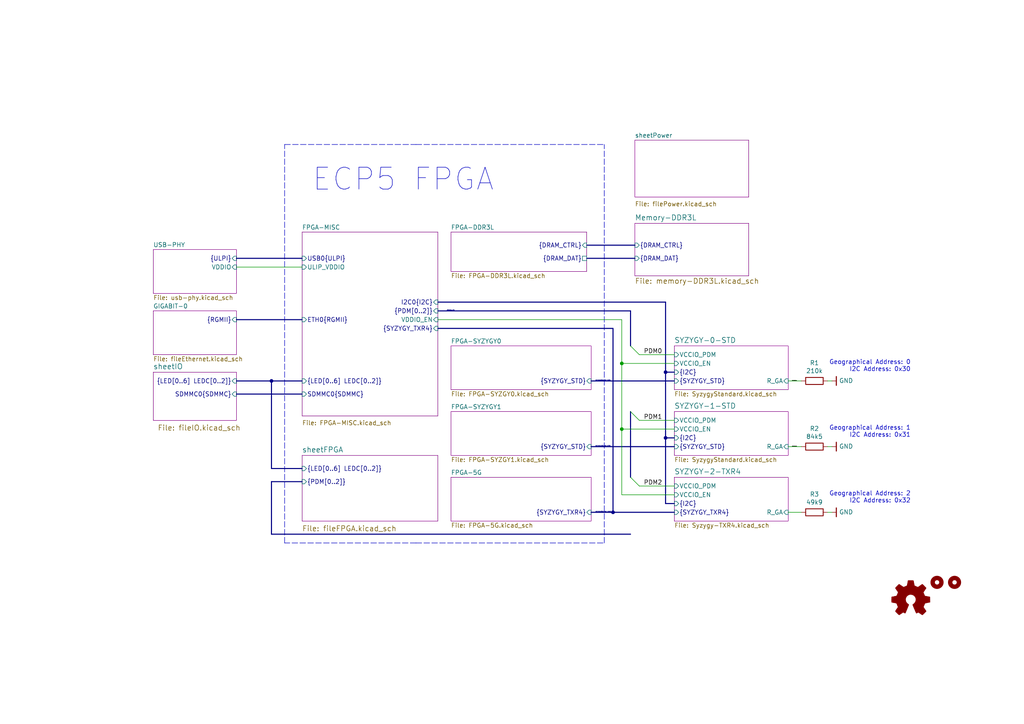
<source format=kicad_sch>
(kicad_sch (version 20200618) (host eeschema "5.99.0-unknown-73168a9~101~ubuntu18.04.1")
  (page 1 18)
  (paper "A4")
  (title_block (title "ButterStick") (date "2019-06-14") (rev "r0.2") (company "GsD"))
  (lib_symbols
    (symbol "Device:R" (pin_numbers hide) (pin_names (offset 0))
      (property "Reference" "R" (at 2.032 0 90))
      (property "Value" "R" (at 0 0 90))
      (symbol "R_0_1"
        (rectangle (start -1.016 -2.54) (end 1.016 2.54) (stroke (width 0.254)))
      )
      (symbol "R_1_1"
        (pin passive line (at 0 3.81 270) (length 1.27) (name "~") (number "1"))
        (pin passive line (at 0 -3.81 90) (length 1.27) (name "~") (number "2"))
      )
    )
    (symbol "Device:R_1" (pin_numbers hide) (pin_names (offset 0))
      (property "Reference" "R" (at 2.032 0 90))
      (property "Value" "R" (at 0 0 90))
      (symbol "R_1_0_1"
        (rectangle (start -1.016 -2.54) (end 1.016 2.54) (stroke (width 0.254)))
      )
      (symbol "R_1_1_1"
        (pin passive line (at 0 3.81 270) (length 1.27) (name "~") (number "1"))
        (pin passive line (at 0 -3.81 90) (length 1.27) (name "~") (number "2"))
      )
    )
    (symbol "Device:R_2" (pin_numbers hide) (pin_names (offset 0))
      (property "Reference" "R" (at 2.032 0 90))
      (property "Value" "R" (at 0 0 90))
      (symbol "R_2_0_1"
        (rectangle (start -1.016 -2.54) (end 1.016 2.54) (stroke (width 0.254)))
      )
      (symbol "R_2_1_1"
        (pin passive line (at 0 3.81 270) (length 1.27) (name "~") (number "1"))
        (pin passive line (at 0 -3.81 90) (length 1.27) (name "~") (number "2"))
      )
    )
    (symbol "Graphic:Logo_Open_Hardware_Small"
      (symbol "Logo_Open_Hardware_Small_0_1"
        (polyline (pts (xy 3.3528 -4.3434) (xy 3.302 -4.318) (xy 3.175 -4.2418) (xy 2.9972 -4.1148) (xy 2.7686 -3.9624) (xy 2.54 -3.81) (xy 2.3622 -3.7084) (xy 2.2352 -3.6068) (xy 2.1844 -3.5814) (xy 2.159 -3.6068) (xy 2.0574 -3.6576) (xy 1.905 -3.7338) (xy 1.8034 -3.7846) (xy 1.6764 -3.8354) (xy 1.6002 -3.8354) (xy 1.6002 -3.8354) (xy 1.5494 -3.7338) (xy 1.4732 -3.5306) (xy 1.3462 -3.302) (xy 1.2446 -3.0226) (xy 1.1176 -2.7178) (xy 0.9652 -2.413) (xy 0.8636 -2.1082) (xy 0.7366 -1.8288) (xy 0.6604 -1.6256) (xy 0.6096 -1.4732) (xy 0.5842 -1.397) (xy 0.5842 -1.397) (xy 0.6604 -1.3208) (xy 0.7874 -1.2446) (xy 1.0414 -1.016) (xy 1.2954 -0.6858) (xy 1.4478 -0.3302) (xy 1.524 0.0762) (xy 1.4732 0.4572) (xy 1.3208 0.8128) (xy 1.0668 1.143) (xy 0.762 1.3716) (xy 0.4064 1.524) (xy 0 1.5748) (xy -0.381 1.5494) (xy -0.7366 1.397) (xy -1.0668 1.143) (xy -1.2192 0.9906) (xy -1.397 0.6604) (xy -1.524 0.3048) (xy -1.524 0.2286) (xy -1.4986 -0.1778) (xy -1.397 -0.5334) (xy -1.1938 -0.8636) (xy -0.9144 -1.143) (xy -0.8636 -1.1684) (xy -0.7366 -1.27) (xy -0.635 -1.3462) (xy -0.5842 -1.397) (xy -1.0668 -2.5908) (xy -1.143 -2.794) (xy -1.2954 -3.1242) (xy -1.397 -3.4036) (xy -1.4986 -3.6322) (xy -1.5748 -3.7846) (xy -1.6002 -3.8354) (xy -1.6002 -3.8354) (xy -1.651 -3.8354) (xy -1.7272 -3.81) (xy -1.905 -3.7338) (xy -2.0066 -3.683) (xy -2.1336 -3.6068) (xy -2.2098 -3.5814) (xy -2.2606 -3.6068) (xy -2.3622 -3.683) (xy -2.54 -3.81) (xy -2.7686 -3.9624) (xy -2.9718 -4.0894) (xy -3.1496 -4.2164) (xy -3.302 -4.318) (xy -3.3528 -4.3434) (xy -3.3782 -4.3434) (xy -3.429 -4.318) (xy -3.5306 -4.2164) (xy -3.7084 -4.064) (xy -3.937 -3.8354) (xy -3.9624 -3.81) (xy -4.1656 -3.6068) (xy -4.318 -3.4544) (xy -4.4196 -3.3274) (xy -4.445 -3.2766) (xy -4.445 -3.2766) (xy -4.4196 -3.2258) (xy -4.318 -3.0734) (xy -4.2164 -2.8956) (xy -4.064 -2.667) (xy -3.6576 -2.0828) (xy -3.8862 -1.5494) (xy -3.937 -1.3716) (xy -4.0386 -1.1684) (xy -4.0894 -1.0414) (xy -4.1148 -0.9652) (xy -4.191 -0.9398) (xy -4.318 -0.9144) (xy -4.5466 -0.8636) (xy -4.8006 -0.8128) (xy -5.0546 -0.7874) (xy -5.2578 -0.7366) (xy -5.4356 -0.7112) (xy -5.5118 -0.6858) (xy -5.5118 -0.6858) (xy -5.5372 -0.635) (xy -5.5372 -0.5588) (xy -5.5372 -0.4318) (xy -5.5626 -0.2286) (xy -5.5626 0.0762) (xy -5.5626 0.127) (xy -5.5372 0.4064) (xy -5.5372 0.635) (xy -5.5372 0.762) (xy -5.5372 0.8382) (xy -5.5372 0.8382) (xy -5.461 0.8382) (xy -5.3086 0.889) (xy -5.08 0.9144) (xy -4.826 0.9652) (xy -4.8006 0.9906) (xy -4.5466 1.0414) (xy -4.318 1.0668) (xy -4.1656 1.1176) (xy -4.0894 1.143) (xy -4.0894 1.143) (xy -4.0386 1.2446) (xy -3.9624 1.4224) (xy -3.8608 1.6256) (xy -3.7846 1.8288) (xy -3.7084 2.0066) (xy -3.6576 2.159) (xy -3.6322 2.2098) (xy -3.6322 2.2098) (xy -3.683 2.286) (xy -3.7592 2.413) (xy -3.8862 2.5908) (xy -4.064 2.8194) (xy -4.064 2.8448) (xy -4.2164 3.0734) (xy -4.3434 3.2512) (xy -4.4196 3.3782) (xy -4.445 3.4544) (xy -4.445 3.4544) (xy -4.3942 3.5052) (xy -4.2926 3.6322) (xy -4.1148 3.81) (xy -3.937 4.0132) (xy -3.8608 4.064) (xy -3.6576 4.2926) (xy -3.5052 4.4196) (xy -3.4036 4.4958) (xy -3.3528 4.5212) (xy -3.3528 4.5212) (xy -3.302 4.4704) (xy -3.1496 4.3688) (xy -2.9718 4.2418) (xy -2.7432 4.0894) (xy -2.7178 4.0894) (xy -2.4892 3.937) (xy -2.3114 3.81) (xy -2.1844 3.7084) (xy -2.1336 3.683) (xy -2.1082 3.683) (xy -2.032 3.7084) (xy -1.8542 3.7592) (xy -1.6764 3.8354) (xy -1.4732 3.937) (xy -1.27 4.0132) (xy -1.143 4.064) (xy -1.0668 4.1148) (xy -1.0668 4.1148) (xy -1.0414 4.191) (xy -1.016 4.3434) (xy -0.9652 4.572) (xy -0.9144 4.8514) (xy -0.889 4.9022) (xy -0.8382 5.1562) (xy -0.8128 5.3848) (xy -0.7874 5.5372) (xy -0.762 5.588) (xy -0.7112 5.6134) (xy -0.5842 5.6134) (xy -0.4064 5.6134) (xy -0.1524 5.6134) (xy 0.0762 5.6134) (xy 0.3302 5.6134) (xy 0.5334 5.6134) (xy 0.6858 5.588) (xy 0.7366 5.588) (xy 0.7366 5.588) (xy 0.762 5.5118) (xy 0.8128 5.334) (xy 0.8382 5.1054) (xy 0.9144 4.826) (xy 0.9144 4.7752) (xy 0.9652 4.5212) (xy 1.016 4.2926) (xy 1.0414 4.1402) (xy 1.0668 4.0894) (xy 1.0668 4.0894) (xy 1.1938 4.0386) (xy 1.3716 3.9624) (xy 1.5748 3.8608) (xy 2.0828 3.6576) (xy 2.7178 4.0894) (xy 2.7686 4.1402) (xy 2.9972 4.2926) (xy 3.175 4.4196) (xy 3.302 4.4958) (xy 3.3782 4.5212) (xy 3.3782 4.5212) (xy 3.429 4.4704) (xy 3.556 4.3434) (xy 3.7338 4.191) (xy 3.9116 3.9878) (xy 4.064 3.8354) (xy 4.2418 3.6576) (xy 4.3434 3.556) (xy 4.4196 3.4798) (xy 4.4196 3.429) (xy 4.4196 3.4036) (xy 4.3942 3.3274) (xy 4.2926 3.2004) (xy 4.1656 2.9972) (xy 4.0132 2.794) (xy 3.8862 2.5908) (xy 3.7592 2.3876) (xy 3.6576 2.2352) (xy 3.6322 2.159) (xy 3.6322 2.1336) (xy 3.683 2.0066) (xy 3.7592 1.8288) (xy 3.8608 1.6002) (xy 4.064 1.1176) (xy 4.3942 1.0414) (xy 4.5974 1.016) (xy 4.8768 0.9652) (xy 5.1308 0.9144) (xy 5.5372 0.8382) (xy 5.5626 -0.6604) (xy 5.4864 -0.6858) (xy 5.4356 -0.6858) (xy 5.2832 -0.7366) (xy 5.0546 -0.762) (xy 4.8006 -0.8128) (xy 4.5974 -0.8636) (xy 4.3688 -0.9144) (xy 4.2164 -0.9398) (xy 4.1402 -0.9398) (xy 4.1148 -0.9652) (xy 4.064 -1.0668) (xy 3.9878 -1.2446) (xy 3.9116 -1.4478) (xy 3.81 -1.651) (xy 3.7338 -1.8542) (xy 3.683 -2.0066) (xy 3.6576 -2.0828) (xy 3.683 -2.1336) (xy 3.7846 -2.2606) (xy 3.8862 -2.4638) (xy 4.0386 -2.667) (xy 4.191 -2.8956) (xy 4.318 -3.0734) (xy 4.3942 -3.2004) (xy 4.445 -3.2766) (xy 4.4196 -3.3274) (xy 4.3434 -3.429) (xy 4.1656 -3.5814) (xy 3.937 -3.8354) (xy 3.8862 -3.8608) (xy 3.683 -4.064) (xy 3.5306 -4.2164) (xy 3.4036 -4.318) (xy 3.3528 -4.3434)) (fill (type outline)))
      )
    )
    (symbol "Mechanical:MountingHole"
      (property "Reference" "H" (at 0 5.08 0))
      (property "Value" "MountingHole" (at 0 3.175 0))
      (symbol "MountingHole_0_1"
        (circle (center 0 0) (radius 1.27) (stroke (width 1.27)))
      )
    )
    (symbol "gkl_power:GND" (power) (pin_names (offset 0))
      (property "Value" "GND" (at 0 -2.54 0))
      (symbol "GND_0_1"
        (polyline (pts (xy 0 -1.27) (xy 0 0)))
        (polyline (pts (xy 1.27 -1.27) (xy -1.27 -1.27)) (stroke (width 0.3048)))
      )
      (symbol "GND_1_1"
        (pin power_in line (at 0 0 270) (length 0) hide (name "GND") (number "1"))
      )
    )
  )
  (bus_alias "SYZYGY_STD" (members "D0_P" "D0_N" "D2_P" "D2_N" "D4_P" "D4_N" "D6_P" "D6_N" "S16" "S18" "S20" "S22" "S24" "S26" "P2C_CLK_P" "P2C_CLK_N" "VIO1" "R_GA" "D1_P" "D1_N" "D3_P" "D3_N" "D5_P" "D5_N" "D7_P" "D7_N" "S17" "S19" "S21" "S23" "S25" "S27" "C2P_CLK_P" "C2P_CLK_N"))
  (bus_alias "RGMII" (members "RESET" "MDC" "MDIO" "TX[0..3]" "RX[0..3]" "TX_CTRL" "TX_CLK" "RX_CTRL" "RX_CLK" "INT" "CLK125"))
  (bus_alias "SDMMC" (members "DAT[0..3]" "CMD" "CK" "CD"))
  (bus_alias "SYZYGY_TXR4" (members "RX0_P" "RX0_N" "RX1_P" "RX1_N" "REFCLK_P" "REFCLK_N" "S2" "S4" "S6" "S8" "RX3_P" "RX3_N" "RX2_P" "RX2_N" "P2C_CLK_P" "P2C_CLK_N" "VIO1" "R_GA" "TX0_P" "TX0_N" "TX1_P" "TX1_N" "S0" "S1" "S3" "S5" "S7" "S9" "TX3_P" "TX3_N" "TX2_P" "TX2_N" "C2P_CLK_P" "C2P_CLK_N"))
  (bus_alias "ULPI" (members "DATA[0..7]" "STP" "NXT" "DIR" "RESET" "REFCLK"))
  (bus_alias "I2C" (members "SDA" "SCL"))
  (bus_alias "DRAM_DAT" (members "DQ[15..0]" "LDQS_P" "LDQS_N" "UDQS_P" "UDQS_N"))
  (bus_alias "DRAM_CTRL" (members "A[15..0]" "BA[2..0]" "LDM" "UDM" "ODT[0..1]" "RAS" "CAS" "WE" "CK0_P" "CK0_N" "CKE[0..1]" "CS[0..1]" "CK1_N" "CK1_P" "RST"))
  (junction (at 180.34 105.41))
  (junction (at 180.34 124.46))
  (junction (at 78.74 110.49))
  (junction (at 177.8 148.59))
  (junction (at 193.04 107.95))
  (junction (at 193.04 127))
  (bus_entry (at 185.42 102.87) (size -2.54 -2.54) (stroke (width 0.1524)))
  (bus_entry (at 185.42 121.92) (size -2.54 -2.54) (stroke (width 0.1524)))
  (bus_entry (at 185.42 140.97) (size -2.54 -2.54) (stroke (width 0.1524)))
  (wire (pts (xy 68.58 77.47) (xy 87.63 77.47)))
  (wire (pts (xy 127 92.71) (xy 180.34 92.71)))
  (wire (pts (xy 180.34 92.71) (xy 180.34 105.41)))
  (wire (pts (xy 180.34 105.41) (xy 180.34 124.46)))
  (wire (pts (xy 180.34 105.41) (xy 195.58 105.41)))
  (wire (pts (xy 180.34 124.46) (xy 180.34 143.51)))
  (wire (pts (xy 180.34 124.46) (xy 195.58 124.46)))
  (wire (pts (xy 180.34 143.51) (xy 195.58 143.51)))
  (wire (pts (xy 185.42 102.87) (xy 195.58 102.87)))
  (wire (pts (xy 185.42 121.92) (xy 195.58 121.92)))
  (wire (pts (xy 185.42 140.97) (xy 195.58 140.97)))
  (wire (pts (xy 228.6 110.49) (xy 232.41 110.49)))
  (wire (pts (xy 228.6 129.54) (xy 232.41 129.54)))
  (wire (pts (xy 228.6 148.59) (xy 232.41 148.59)))
  (wire (pts (xy 240.03 110.49) (xy 241.3 110.49)))
  (wire (pts (xy 240.03 129.54) (xy 241.3 129.54)))
  (wire (pts (xy 240.03 148.59) (xy 241.3 148.59)))
  (bus (pts (xy 68.58 74.93) (xy 87.63 74.93)))
  (bus (pts (xy 68.58 92.71) (xy 87.63 92.71)))
  (bus (pts (xy 68.58 110.49) (xy 78.74 110.49)))
  (bus (pts (xy 68.58 114.3) (xy 87.63 114.3)))
  (bus (pts (xy 78.74 110.49) (xy 87.63 110.49)))
  (bus (pts (xy 78.74 135.89) (xy 78.74 110.49)))
  (bus (pts (xy 78.74 139.7) (xy 87.63 139.7)))
  (bus (pts (xy 78.74 154.94) (xy 78.74 139.7)))
  (bus (pts (xy 87.63 135.89) (xy 78.74 135.89)))
  (bus (pts (xy 127 87.63) (xy 193.04 87.63)))
  (bus (pts (xy 127 90.17) (xy 182.88 90.17)))
  (bus (pts (xy 127 95.25) (xy 177.8 95.25)))
  (bus (pts (xy 170.18 71.12) (xy 184.15 71.12)))
  (bus (pts (xy 170.18 74.93) (xy 184.15 74.93)))
  (bus (pts (xy 171.45 110.49) (xy 195.58 110.49)))
  (bus (pts (xy 171.45 129.54) (xy 195.58 129.54)))
  (bus (pts (xy 171.45 148.59) (xy 177.8 148.59)))
  (bus (pts (xy 177.8 148.59) (xy 177.8 95.25)))
  (bus (pts (xy 177.8 148.59) (xy 195.58 148.59)))
  (bus (pts (xy 182.88 90.17) (xy 182.88 119.38)))
  (bus (pts (xy 182.88 119.38) (xy 182.88 154.94)))
  (bus (pts (xy 182.88 154.94) (xy 78.74 154.94)))
  (bus (pts (xy 193.04 107.95) (xy 193.04 87.63)))
  (bus (pts (xy 193.04 107.95) (xy 193.04 127)))
  (bus (pts (xy 193.04 127) (xy 193.04 146.05)))
  (bus (pts (xy 193.04 127) (xy 195.58 127)))
  (bus (pts (xy 193.04 146.05) (xy 195.58 146.05)))
  (bus (pts (xy 195.58 107.95) (xy 193.04 107.95)))
  (polyline (pts (xy 82.55 41.91) (xy 120.65 41.91)) (stroke (width 0) (type dash)))
  (polyline (pts (xy 82.55 157.48) (xy 82.55 41.91)) (stroke (width 0) (type dash)))
  (polyline (pts (xy 120.65 41.91) (xy 175.26 41.91)) (stroke (width 0) (type dash)))
  (polyline (pts (xy 120.65 157.48) (xy 82.55 157.48)) (stroke (width 0) (type dash)))
  (polyline (pts (xy 120.65 157.48) (xy 175.26 157.48)) (stroke (width 0) (type dash)))
  (polyline (pts (xy 175.26 157.48) (xy 175.26 41.91)) (stroke (width 0) (type dash)))
  (text "ECP5 FPGA" (at 143.51 55.88 180) (effects (font (size 6.35 6.35)) (justify right bottom)))
  (text "Geographical Address: 0\nI2C Address: 0x30" (at 264.16 107.95 180) (effects (font (size 1.27 1.27)) (justify right bottom)))
  (text "Geographical Address: 1\nI2C Address: 0x31\n" (at 264.16 127 180) (effects (font (size 1.27 1.27)) (justify right bottom)))
  (text "Geographical Address: 2\nI2C Address: 0x32" (at 264.16 146.05 180) (effects (font (size 1.27 1.27)) (justify right bottom)))
  (text "LENGTH MATCHING:\nid: syzygy0_dp\nnetnames: \"/SYZYGY0.*_[NP]\"\ntolerance: 0.5 mm\nvialength: 1.6 mm" (at 300.99 12.7 0) (effects (font (size 1.27 1.27)) (justify left bottom)))
  (text "LENGTH MATCHING:\nid: syzygy1_dp\nnetnames: \"/SYZYGY1.*_[NP]\"\ntolerance: 0.5 mm\nvialength: 1.6 mm" (at 300.99 24.13 0) (effects (font (size 1.27 1.27)) (justify left bottom)))
  (text "LENGTH MATCHING:\nid: syzygy2_serdes\nnetnames: \"/SYZYGY2.[RT].*_[NP]\"\ntolerance: 0.05 mm\nvialength: 1.6 mm" (at 300.99 35.56 0) (effects (font (size 1.27 1.27)) (justify left bottom)))
  (text "LENGTH MATCHING:\nid: dram_dq1\nnetnames: \"/(DQ[89]|DQ1[0-5]|UDQS.*|UDM)$\"\ntolerance: 0.85 mm\nvialength: 1.6 mm" (at 300.99 46.99 0) (effects (font (size 1.27 1.27)) (justify left bottom)))
  (text "LENGTH MATCHING:\nid: dram_dq0\nnetnames: \"/(DQ[0-7]|LDQS.*|LDM)$\"\ntolerance: 0.85 mm\nvialength: 1.6 mm" (at 300.99 58.42 0) (effects (font (size 1.27 1.27)) (justify left bottom)))
  (text "LENGTH MATCHING:\nid: dram_addrcmd\nnetnames: \"/(A[0-9]|A1[0-5]|BA[0-2]|CAS|RAS|WE)$\"\ntolerance: 0.85 mm\nvialength: 1.6 mm" (at 300.99 69.85 0) (effects (font (size 1.27 1.27)) (justify left bottom)))
  (text "LENGTH MATCHING:\nid: dram_addrcmd\nnetnames: \"/(CK[01]_[NP]|ODT[01]|CS[01]|CKE[01])$\"\ntolerance: 0.85 mm\nvialength: 1.6 mm" (at 300.99 81.28 0) (effects (font (size 1.27 1.27)) (justify left bottom)))
  (label "{PDM[0..2]}" (at 129.54 90.17 0) (effects (font (size 0.254 0.254))))
  (label "SYZYGY0{SYZYGY_STD}" (at 172.72 110.49 0) (effects (font (size 0.254 0.254))))
  (label "SYZYGY1{SYZYGY_STD}" (at 172.72 129.54 0) (effects (font (size 0.254 0.254))))
  (label "SYZYGY2{SYZYGY_TXR4}" (at 172.72 148.59 0) (effects (font (size 0.254 0.254))))
  (label "PDM0" (at 186.69 102.87 0))
  (label "PDM1" (at 186.69 121.92 0))
  (label "PDM2" (at 186.69 140.97 0))
  (label "SYZYGY0.R_GA" (at 231.14 110.49 180) (effects (font (size 0.127 0.127))))
  (label "SYZYGY1.R_GA" (at 231.14 129.54 180) (effects (font (size 0.127 0.127))))
  (symbol (lib_id "gkl_power:GND") (at 241.3 110.49 90) (unit 1)
    (property "Reference" "#PWR01" (effects hide))
    (property "Value" "GND" (at 243.3574 110.4138 90) (effects (justify right)))
  )
  (symbol (lib_id "gkl_power:GND") (at 241.3 129.54 90) (unit 1)
    (property "Reference" "#PWR02" (effects hide))
    (property "Value" "GND" (at 243.3574 129.4638 90) (effects (justify right)))
  )
  (symbol (lib_id "gkl_power:GND") (at 241.3 148.59 90) (unit 1)
    (property "Reference" "#PWR03" (effects hide))
    (property "Value" "GND" (at 243.3574 148.5138 90) (effects (justify right)))
  )
  (symbol (lib_id "Mechanical:MountingHole") (at 271.78 168.91 0) (unit 1) (in_bom no)
    (property "Reference" "H1" (effects hide))
    (property "Value" "MountingHole" (effects hide))
    (property "Footprint" "MountingHole:MountingHole_3.2mm_M3_Pad_Via" (effects hide))
  )
  (symbol (lib_id "Mechanical:MountingHole") (at 276.86 168.91 0) (unit 1) (in_bom no)
    (property "Reference" "H2" (effects hide))
    (property "Value" "MountingHole" (effects hide))
    (property "Footprint" "MountingHole:MountingHole_3.2mm_M3_Pad_Via" (effects hide))
  )
  (symbol (lib_name "Device:R_1") (lib_id "Device:R") (at 236.22 110.49 90) (unit 1)
    (property "Reference" "R1" (at 236.22 105.2576 90))
    (property "Value" "210k" (at 236.22 107.569 90))
    (property "Footprint" "Resistor_SMD:R_0402_1005Metric" (effects hide))
    (property "Mfg" "Stackpole Electronics Inc" (effects hide))
    (property "PN" "RMCF0402FT210K" (effects hide))
    (property "Tol" "1%" (effects hide))
  )
  (symbol (lib_name "Device:R_2") (lib_id "Device:R") (at 236.22 129.54 90) (unit 1)
    (property "Reference" "R2" (at 236.22 124.3076 90))
    (property "Value" "84k5" (at 236.22 126.619 90))
    (property "Footprint" "Resistor_SMD:R_0402_1005Metric" (effects hide))
    (property "Mfg" "Stackpole Electronics Inc" (effects hide))
    (property "PN" "RMCF0402FT84K5" (effects hide))
    (property "Tol" "1%" (effects hide))
  )
  (symbol (lib_id "Device:R") (at 236.22 148.59 90) (unit 1)
    (property "Reference" "R3" (at 236.22 143.3576 90))
    (property "Value" "49k9" (at 236.22 145.669 90))
    (property "Footprint" "Resistor_SMD:R_0402_1005Metric" (effects hide))
    (property "Mfg" "Stackpole Electronics Inc" (effects hide))
    (property "PN" "RMCF0402FT49K9" (effects hide))
    (property "Tol" "1%" (effects hide))
  )
  (symbol (lib_id "Graphic:Logo_Open_Hardware_Small") (at 264.16 173.99 0) (unit 1) (in_bom no)
    (property "Reference" "LOGO2" (effects hide))
    (property "Value" "Logo_Open_Hardware_Small" (effects hide))
    (property "Footprint" "gkl_logos:oshw_small" (effects hide))
  )
  (sheet (at 130.81 138.43) (size 40.64 12.7) (stroke (width 0.1524) (color 132 0 132 1)) (fill (color 255 255 255 1.0000))
    (property "Sheet name" "FPGA-5G" (at 130.81 137.7945 0) (effects (justify left bottom)))
    (property "Sheet file" "FPGA-5G.kicad_sch" (at 130.81 151.6385 0) (effects (justify left top)))
    (pin "{SYZYGY_TXR4}" input (at 171.45 148.59 0))
  )
  (sheet (at 130.81 67.31) (size 39.37 11.43) (stroke (width 0.1524) (color 132 0 132 1)) (fill (color 255 255 255 1.0000))
    (property "Sheet name" "FPGA-DDR3L" (at 130.81 66.6745 0) (effects (justify left bottom)))
    (property "Sheet file" "FPGA-DDR3L.kicad_sch" (at 130.81 79.2485 0) (effects (justify left top)))
    (pin "{DRAM_DAT}" passive (at 170.18 74.93 0))
    (pin "{DRAM_CTRL}" input (at 170.18 71.12 0))
  )
  (sheet (at 87.63 67.31) (size 39.37 53.34) (stroke (width 0.1524) (color 132 0 132 1)) (fill (color 255 255 255 1.0000))
    (property "Sheet name" "FPGA-MISC" (at 87.63 66.6745 0) (effects (justify left bottom)))
    (property "Sheet file" "FPGA-MISC.kicad_sch" (at 87.63 121.92 0) (effects (justify left top)))
    (pin "{LED[0..6] LEDC[0..2]}" input (at 87.63 110.49 180))
    (pin "USB0{ULPI}" input (at 87.63 74.93 180))
    (pin "ETH0{RGMII}" input (at 87.63 92.71 180))
    (pin "ULIP_VDDIO" input (at 87.63 77.47 180))
    (pin "I2C0{I2C}" input (at 127 87.63 0))
    (pin "VDDIO_EN" input (at 127 92.71 0))
    (pin "SDMMC0{SDMMC}" input (at 87.63 114.3 180))
    (pin "{PDM[0..2]}" input (at 127 90.17 0))
    (pin "{SYZYGY_TXR4}" input (at 127 95.25 0))
  )
  (sheet (at 130.81 100.33) (size 40.64 12.7) (stroke (width 0.1524) (color 132 0 132 1)) (fill (color 255 255 255 1.0000))
    (property "Sheet name" "FPGA-SYZYGY0" (at 130.81 99.6945 0) (effects (justify left bottom)))
    (property "Sheet file" "FPGA-SYZGY0.kicad_sch" (at 130.81 113.5385 0) (effects (justify left top)))
    (pin "{SYZYGY_STD}" input (at 171.45 110.49 0))
  )
  (sheet (at 130.81 119.38) (size 40.64 12.7) (stroke (width 0.1524) (color 132 0 132 1)) (fill (color 255 255 255 1.0000))
    (property "Sheet name" "FPGA-SYZYGY1" (at 130.81 118.7445 0) (effects (justify left bottom)))
    (property "Sheet file" "FPGA-SYZGY1.kicad_sch" (at 130.81 132.5885 0) (effects (justify left top)))
    (pin "{SYZYGY_STD}" input (at 171.45 129.54 0))
  )
  (sheet (at 44.45 90.17) (size 24.13 12.7) (stroke (width 0.1524) (color 132 0 132 1)) (fill (color 255 255 255 1.0000))
    (property "Sheet name" "GIGABIT-0" (at 44.45 89.5345 0) (effects (justify left bottom)))
    (property "Sheet file" "fileEthernet.kicad_sch" (at 44.45 103.3785 0) (effects (justify left top)))
    (pin "{RGMII}" input (at 68.58 92.71 0))
  )
  (sheet (at 184.15 64.77) (size 33.02 15.24) (stroke (width 0.1524) (color 132 0 132 1)) (fill (color 255 255 255 1.0000))
    (property "Sheet name" "Memory-DDR3L" (at 184.15 64.0075 0) (effects (font (size 1.524 1.524)) (justify left bottom)))
    (property "Sheet file" "memory-DDR3L.kicad_sch" (at 184.15 80.6201 0) (effects (font (size 1.524 1.524)) (justify left top)))
    (pin "{DRAM_CTRL}" input (at 184.15 71.12 180))
    (pin "{DRAM_DAT}" input (at 184.15 74.93 180))
  )
  (sheet (at 195.58 100.33) (size 33.02 12.7) (stroke (width 0.1524) (color 132 0 132 1)) (fill (color 255 255 255 1.0000))
    (property "Sheet name" "SYZYGY-0-STD" (at 195.58 99.5675 0) (effects (font (size 1.524 1.524)) (justify left bottom)))
    (property "Sheet file" "SyzygyStandard.kicad_sch" (at 195.58 113.5385 0) (effects (justify left top)))
    (pin "VCCIO_PDM" input (at 195.58 102.87 180))
    (pin "{I2C}" input (at 195.58 107.95 180))
    (pin "{SYZYGY_STD}" input (at 195.58 110.49 180))
    (pin "R_GA" input (at 228.6 110.49 0))
    (pin "VCCIO_EN" input (at 195.58 105.41 180))
  )
  (sheet (at 195.58 119.38) (size 33.02 12.7) (stroke (width 0.1524) (color 132 0 132 1)) (fill (color 255 255 255 1.0000))
    (property "Sheet name" "SYZYGY-1-STD" (at 195.58 118.6175 0) (effects (font (size 1.524 1.524)) (justify left bottom)))
    (property "Sheet file" "SyzygyStandard.kicad_sch" (at 195.58 132.5885 0) (effects (justify left top)))
    (pin "VCCIO_PDM" input (at 195.58 121.92 180))
    (pin "{I2C}" input (at 195.58 127 180))
    (pin "{SYZYGY_STD}" input (at 195.58 129.54 180))
    (pin "R_GA" input (at 228.6 129.54 0))
    (pin "VCCIO_EN" input (at 195.58 124.46 180))
  )
  (sheet (at 195.58 138.43) (size 33.02 12.7) (stroke (width 0.1524) (color 132 0 132 1)) (fill (color 255 255 255 1.0000))
    (property "Sheet name" "SYZYGY-2-TXR4" (at 195.58 137.6675 0) (effects (font (size 1.524 1.524)) (justify left bottom)))
    (property "Sheet file" "Syzygy-TXR4.kicad_sch" (at 195.58 151.6385 0) (effects (justify left top)))
    (pin "VCCIO_PDM" input (at 195.58 140.97 180))
    (pin "{I2C}" input (at 195.58 146.05 180))
    (pin "{SYZYGY_TXR4}" input (at 195.58 148.59 180))
    (pin "R_GA" input (at 228.6 148.59 0))
    (pin "VCCIO_EN" input (at 195.58 143.51 180))
  )
  (sheet (at 44.45 72.39) (size 24.13 12.7) (stroke (width 0.1524) (color 132 0 132 1)) (fill (color 255 255 255 1.0000))
    (property "Sheet name" "USB-PHY" (at 44.45 71.7545 0) (effects (justify left bottom)))
    (property "Sheet file" "usb-phy.kicad_sch" (at 44.45 85.5985 0) (effects (justify left top)))
    (pin "VDDIO" input (at 68.58 77.47 0))
    (pin "{ULPI}" input (at 68.58 74.93 0))
  )
  (sheet (at 87.63 132.08) (size 39.37 19.05) (stroke (width 0.1524) (color 132 0 132 1)) (fill (color 255 255 255 1.0000))
    (property "Sheet name" "sheetFPGA" (at 87.63 131.3175 0) (effects (font (size 1.524 1.524)) (justify left bottom)))
    (property "Sheet file" "fileFPGA.kicad_sch" (at 87.63 152.4 0) (effects (font (size 1.524 1.524)) (justify left top)))
    (pin "{LED[0..6] LEDC[0..2]}" input (at 87.63 135.89 180))
    (pin "{PDM[0..2]}" input (at 87.63 139.7 180))
  )
  (sheet (at 44.45 107.95) (size 24.13 13.97) (stroke (width 0.1524) (color 132 0 132 1)) (fill (color 255 255 255 1.0000))
    (property "Sheet name" "sheetIO" (at 44.45 107.1875 0) (effects (font (size 1.524 1.524)) (justify left bottom)))
    (property "Sheet file" "fileIO.kicad_sch" (at 45.72 123.19 0) (effects (font (size 1.524 1.524)) (justify left top)))
    (pin "{LED[0..6] LEDC[0..2]}" input (at 68.58 110.49 0))
    (pin "SDMMC0{SDMMC}" input (at 68.58 114.3 0))
  )
  (sheet (at 184.15 40.64) (size 33.02 16.51) (stroke (width 0.1524) (color 132 0 132 1)) (fill (color 255 255 255 1.0000))
    (property "Sheet name" "sheetPower" (at 184.15 40.0045 0) (effects (justify left bottom)))
    (property "Sheet file" "filePower.kicad_sch" (at 184.15 58.42 0) (effects (justify left top)))
  )
)
</source>
